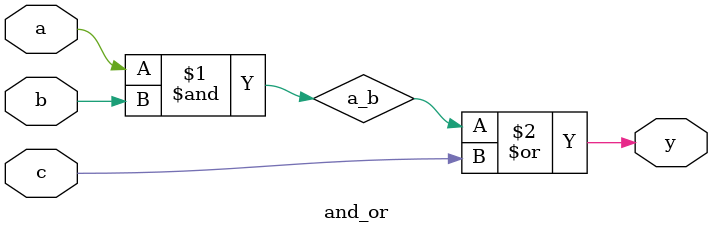
<source format=v>
`timescale 1ns / 1ps
module and_or(a,b,c,y);

	input wire a,b,c;
	output wire y;
	
	wire a_b;
	
	and(a_b,a,b);
	or(y,a_b,c);


endmodule

</source>
